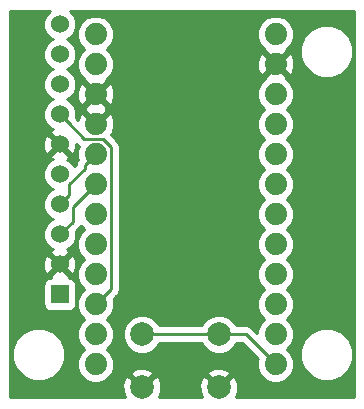
<source format=gbr>
G04 #@! TF.GenerationSoftware,KiCad,Pcbnew,(5.0.1)-4*
G04 #@! TF.CreationDate,2018-12-26T16:50:05+01:00*
G04 #@! TF.ProjectId,EdtrackerDiy,4564747261636B65724469792E6B6963,rev?*
G04 #@! TF.SameCoordinates,Original*
G04 #@! TF.FileFunction,Copper,L2,Bot,Signal*
G04 #@! TF.FilePolarity,Positive*
%FSLAX46Y46*%
G04 Gerber Fmt 4.6, Leading zero omitted, Abs format (unit mm)*
G04 Created by KiCad (PCBNEW (5.0.1)-4) date 26/12/2018 16:50:05*
%MOMM*%
%LPD*%
G01*
G04 APERTURE LIST*
G04 #@! TA.AperFunction,ComponentPad*
%ADD10C,1.879600*%
G04 #@! TD*
G04 #@! TA.AperFunction,ComponentPad*
%ADD11C,1.524000*%
G04 #@! TD*
G04 #@! TA.AperFunction,ComponentPad*
%ADD12R,1.524000X1.524000*%
G04 #@! TD*
G04 #@! TA.AperFunction,ComponentPad*
%ADD13C,2.000000*%
G04 #@! TD*
G04 #@! TA.AperFunction,Conductor*
%ADD14C,0.250000*%
G04 #@! TD*
G04 #@! TA.AperFunction,Conductor*
%ADD15C,0.254000*%
G04 #@! TD*
G04 APERTURE END LIST*
D10*
G04 #@! TO.P,B1,1*
G04 #@! TO.N,Net-(B1-Pad1)*
X68834000Y-88963501D03*
G04 #@! TO.P,B1,2*
G04 #@! TO.N,Net-(B1-Pad2)*
X68834000Y-91503501D03*
G04 #@! TO.P,B1,3*
G04 #@! TO.N,GND*
X68834000Y-94043501D03*
G04 #@! TO.P,B1,4*
X68834000Y-96583501D03*
G04 #@! TO.P,B1,5*
G04 #@! TO.N,Net-(B1-Pad5)*
X68834000Y-99123501D03*
G04 #@! TO.P,B1,6*
G04 #@! TO.N,Net-(B1-Pad6)*
X68834000Y-101663501D03*
G04 #@! TO.P,B1,7*
G04 #@! TO.N,Net-(B1-Pad7)*
X68834000Y-104203501D03*
G04 #@! TO.P,B1,8*
G04 #@! TO.N,Net-(B1-Pad8)*
X68834000Y-106743501D03*
G04 #@! TO.P,B1,9*
G04 #@! TO.N,Net-(B1-Pad9)*
X68834000Y-109283501D03*
G04 #@! TO.P,B1,10*
G04 #@! TO.N,Net-(B1-Pad10)*
X68834000Y-111823501D03*
G04 #@! TO.P,B1,11*
G04 #@! TO.N,Net-(B1-Pad11)*
X68834000Y-114363501D03*
G04 #@! TO.P,B1,12*
G04 #@! TO.N,Net-(B1-Pad12)*
X68834000Y-116903501D03*
G04 #@! TO.P,B1,13*
G04 #@! TO.N,Net-(B1-Pad13)*
X84074000Y-116903501D03*
G04 #@! TO.P,B1,14*
G04 #@! TO.N,Net-(B1-Pad14)*
X84074000Y-114363501D03*
G04 #@! TO.P,B1,15*
G04 #@! TO.N,Net-(B1-Pad15)*
X84074000Y-111823501D03*
G04 #@! TO.P,B1,16*
G04 #@! TO.N,Net-(B1-Pad16)*
X84074000Y-109283501D03*
G04 #@! TO.P,B1,17*
G04 #@! TO.N,Net-(B1-Pad17)*
X84074000Y-106743501D03*
G04 #@! TO.P,B1,18*
G04 #@! TO.N,Net-(B1-Pad18)*
X84074000Y-104203501D03*
G04 #@! TO.P,B1,19*
G04 #@! TO.N,Net-(B1-Pad19)*
X84074000Y-101663501D03*
G04 #@! TO.P,B1,20*
G04 #@! TO.N,Net-(B1-Pad20)*
X84074000Y-99123501D03*
G04 #@! TO.P,B1,21*
G04 #@! TO.N,VCC*
X84074000Y-96583501D03*
G04 #@! TO.P,B1,22*
G04 #@! TO.N,Net-(B1-Pad22)*
X84074000Y-94043501D03*
G04 #@! TO.P,B1,23*
G04 #@! TO.N,GND*
X84074000Y-91503501D03*
G04 #@! TO.P,B1,24*
G04 #@! TO.N,Net-(B1-Pad24)*
X84074000Y-88963501D03*
G04 #@! TD*
D11*
G04 #@! TO.P,M1,10*
G04 #@! TO.N,Net-(M1-Pad10)*
X65786000Y-88138000D03*
G04 #@! TO.P,M1,9*
G04 #@! TO.N,Net-(M1-Pad9)*
X65786000Y-90678000D03*
G04 #@! TO.P,M1,8*
G04 #@! TO.N,Net-(M1-Pad8)*
X65786000Y-93218000D03*
G04 #@! TO.P,M1,7*
G04 #@! TO.N,Net-(B1-Pad10)*
X65786000Y-95758000D03*
G04 #@! TO.P,M1,6*
G04 #@! TO.N,GND*
X65786000Y-98298000D03*
G04 #@! TO.P,M1,5*
G04 #@! TO.N,Net-(M1-Pad5)*
X65786000Y-100838000D03*
G04 #@! TO.P,M1,4*
G04 #@! TO.N,Net-(B1-Pad5)*
X65786000Y-103378000D03*
G04 #@! TO.P,M1,3*
G04 #@! TO.N,Net-(B1-Pad6)*
X65786000Y-105918000D03*
G04 #@! TO.P,M1,2*
G04 #@! TO.N,GND*
X65786000Y-108458000D03*
D12*
G04 #@! TO.P,M1,1*
G04 #@! TO.N,VCC*
X65786000Y-110998000D03*
G04 #@! TD*
D13*
G04 #@! TO.P,SW1,2*
G04 #@! TO.N,GND*
X79248000Y-118872000D03*
G04 #@! TO.P,SW1,1*
G04 #@! TO.N,Net-(B1-Pad13)*
X79248000Y-114372000D03*
G04 #@! TO.P,SW1,2*
G04 #@! TO.N,GND*
X72748000Y-118872000D03*
G04 #@! TO.P,SW1,1*
G04 #@! TO.N,Net-(B1-Pad13)*
X72748000Y-114372000D03*
G04 #@! TD*
D14*
G04 #@! TO.N,Net-(B1-Pad5)*
X67894201Y-100063300D02*
X68834000Y-99123501D01*
X67894201Y-100338561D02*
X67894201Y-100063300D01*
X66547999Y-101684763D02*
X67894201Y-100338561D01*
X66547999Y-102616001D02*
X66547999Y-101684763D01*
X65786000Y-103378000D02*
X66547999Y-102616001D01*
G04 #@! TO.N,Net-(B1-Pad6)*
X67894201Y-102603300D02*
X68834000Y-101663501D01*
X66873001Y-103624500D02*
X67894201Y-102603300D01*
X66873001Y-104830999D02*
X66873001Y-103624500D01*
X65786000Y-105918000D02*
X66873001Y-104830999D01*
G04 #@! TO.N,Net-(B1-Pad10)*
X66547999Y-96519999D02*
X65786000Y-95758000D01*
X67876302Y-97848302D02*
X66547999Y-96519999D01*
X69430707Y-97848302D02*
X67876302Y-97848302D01*
X70098801Y-98516396D02*
X69430707Y-97848302D01*
X70098801Y-110558700D02*
X70098801Y-98516396D01*
X68834000Y-111823501D02*
X70098801Y-110558700D01*
G04 #@! TO.N,Net-(B1-Pad13)*
X81542499Y-114372000D02*
X79248000Y-114372000D01*
X84074000Y-116903501D02*
X81542499Y-114372000D01*
X74162213Y-114372000D02*
X79248000Y-114372000D01*
X72748000Y-114372000D02*
X74162213Y-114372000D01*
G04 #@! TD*
D15*
G04 #@! TO.N,GND*
G36*
X64601680Y-87346663D02*
X64389000Y-87860119D01*
X64389000Y-88415881D01*
X64601680Y-88929337D01*
X64994663Y-89322320D01*
X65201513Y-89408000D01*
X64994663Y-89493680D01*
X64601680Y-89886663D01*
X64389000Y-90400119D01*
X64389000Y-90955881D01*
X64601680Y-91469337D01*
X64994663Y-91862320D01*
X65201513Y-91948000D01*
X64994663Y-92033680D01*
X64601680Y-92426663D01*
X64389000Y-92940119D01*
X64389000Y-93495881D01*
X64601680Y-94009337D01*
X64994663Y-94402320D01*
X65201513Y-94488000D01*
X64994663Y-94573680D01*
X64601680Y-94966663D01*
X64389000Y-95480119D01*
X64389000Y-96035881D01*
X64601680Y-96549337D01*
X64994663Y-96942320D01*
X65185647Y-97021428D01*
X65054857Y-97075603D01*
X64985392Y-97317787D01*
X65786000Y-98118395D01*
X65800143Y-98104253D01*
X65979748Y-98283858D01*
X65965605Y-98298000D01*
X66766213Y-99098608D01*
X67008397Y-99029143D01*
X67195144Y-98505698D01*
X67181247Y-98228049D01*
X67285972Y-98332774D01*
X67328373Y-98396231D01*
X67408514Y-98449779D01*
X67259200Y-98810254D01*
X67259200Y-99436748D01*
X67312625Y-99565727D01*
X67178297Y-99766763D01*
X67134201Y-99988448D01*
X67134201Y-99988453D01*
X67125434Y-100032526D01*
X67011611Y-100146349D01*
X66970320Y-100046663D01*
X66577337Y-99653680D01*
X66386353Y-99574572D01*
X66517143Y-99520397D01*
X66586608Y-99278213D01*
X65786000Y-98477605D01*
X64985392Y-99278213D01*
X65054857Y-99520397D01*
X65195393Y-99570535D01*
X64994663Y-99653680D01*
X64601680Y-100046663D01*
X64389000Y-100560119D01*
X64389000Y-101115881D01*
X64601680Y-101629337D01*
X64994663Y-102022320D01*
X65201513Y-102108000D01*
X64994663Y-102193680D01*
X64601680Y-102586663D01*
X64389000Y-103100119D01*
X64389000Y-103655881D01*
X64601680Y-104169337D01*
X64994663Y-104562320D01*
X65201513Y-104648000D01*
X64994663Y-104733680D01*
X64601680Y-105126663D01*
X64389000Y-105640119D01*
X64389000Y-106195881D01*
X64601680Y-106709337D01*
X64994663Y-107102320D01*
X65185647Y-107181428D01*
X65054857Y-107235603D01*
X64985392Y-107477787D01*
X65786000Y-108278395D01*
X66586608Y-107477787D01*
X66517143Y-107235603D01*
X66376607Y-107185465D01*
X66577337Y-107102320D01*
X66970320Y-106709337D01*
X67183000Y-106195881D01*
X67183000Y-105640119D01*
X67170020Y-105608782D01*
X67357474Y-105421328D01*
X67420930Y-105378928D01*
X67565684Y-105162288D01*
X67876897Y-105473501D01*
X67498949Y-105851449D01*
X67259200Y-106430254D01*
X67259200Y-107056748D01*
X67498949Y-107635553D01*
X67876897Y-108013501D01*
X67498949Y-108391449D01*
X67259200Y-108970254D01*
X67259200Y-109596748D01*
X67498949Y-110175553D01*
X67876897Y-110553501D01*
X67498949Y-110931449D01*
X67259200Y-111510254D01*
X67259200Y-112136748D01*
X67498949Y-112715553D01*
X67876897Y-113093501D01*
X67498949Y-113471449D01*
X67259200Y-114050254D01*
X67259200Y-114676748D01*
X67498949Y-115255553D01*
X67876897Y-115633501D01*
X67498949Y-116011449D01*
X67259200Y-116590254D01*
X67259200Y-117216748D01*
X67498949Y-117795553D01*
X67941948Y-118238552D01*
X68520753Y-118478301D01*
X69147247Y-118478301D01*
X69726052Y-118238552D01*
X70169051Y-117795553D01*
X70200566Y-117719468D01*
X71775073Y-117719468D01*
X72748000Y-118692395D01*
X73720927Y-117719468D01*
X78275073Y-117719468D01*
X79248000Y-118692395D01*
X80220927Y-117719468D01*
X80122264Y-117452613D01*
X79512539Y-117226092D01*
X78862540Y-117250144D01*
X78373736Y-117452613D01*
X78275073Y-117719468D01*
X73720927Y-117719468D01*
X73622264Y-117452613D01*
X73012539Y-117226092D01*
X72362540Y-117250144D01*
X71873736Y-117452613D01*
X71775073Y-117719468D01*
X70200566Y-117719468D01*
X70408800Y-117216748D01*
X70408800Y-116590254D01*
X70169051Y-116011449D01*
X69791103Y-115633501D01*
X70169051Y-115255553D01*
X70408800Y-114676748D01*
X70408800Y-114050254D01*
X70407361Y-114046778D01*
X71113000Y-114046778D01*
X71113000Y-114697222D01*
X71361914Y-115298153D01*
X71821847Y-115758086D01*
X72422778Y-116007000D01*
X73073222Y-116007000D01*
X73674153Y-115758086D01*
X74134086Y-115298153D01*
X74202909Y-115132000D01*
X77793091Y-115132000D01*
X77861914Y-115298153D01*
X78321847Y-115758086D01*
X78922778Y-116007000D01*
X79573222Y-116007000D01*
X80174153Y-115758086D01*
X80634086Y-115298153D01*
X80702909Y-115132000D01*
X81227698Y-115132000D01*
X82553898Y-116458201D01*
X82499200Y-116590254D01*
X82499200Y-117216748D01*
X82738949Y-117795553D01*
X83181948Y-118238552D01*
X83760753Y-118478301D01*
X84387247Y-118478301D01*
X84966052Y-118238552D01*
X85409051Y-117795553D01*
X85648800Y-117216748D01*
X85648800Y-116590254D01*
X85409051Y-116011449D01*
X85031103Y-115633501D01*
X85031173Y-115633431D01*
X86157000Y-115633431D01*
X86157000Y-116522569D01*
X86497259Y-117344026D01*
X87125974Y-117972741D01*
X87947431Y-118313000D01*
X88836569Y-118313000D01*
X89658026Y-117972741D01*
X90286741Y-117344026D01*
X90627000Y-116522569D01*
X90627000Y-115633431D01*
X90286741Y-114811974D01*
X89658026Y-114183259D01*
X88836569Y-113843000D01*
X87947431Y-113843000D01*
X87125974Y-114183259D01*
X86497259Y-114811974D01*
X86157000Y-115633431D01*
X85031173Y-115633431D01*
X85409051Y-115255553D01*
X85648800Y-114676748D01*
X85648800Y-114050254D01*
X85409051Y-113471449D01*
X85031103Y-113093501D01*
X85409051Y-112715553D01*
X85648800Y-112136748D01*
X85648800Y-111510254D01*
X85409051Y-110931449D01*
X85031103Y-110553501D01*
X85409051Y-110175553D01*
X85648800Y-109596748D01*
X85648800Y-108970254D01*
X85409051Y-108391449D01*
X85031103Y-108013501D01*
X85409051Y-107635553D01*
X85648800Y-107056748D01*
X85648800Y-106430254D01*
X85409051Y-105851449D01*
X85031103Y-105473501D01*
X85409051Y-105095553D01*
X85648800Y-104516748D01*
X85648800Y-103890254D01*
X85409051Y-103311449D01*
X85031103Y-102933501D01*
X85409051Y-102555553D01*
X85648800Y-101976748D01*
X85648800Y-101350254D01*
X85409051Y-100771449D01*
X85031103Y-100393501D01*
X85409051Y-100015553D01*
X85648800Y-99436748D01*
X85648800Y-98810254D01*
X85409051Y-98231449D01*
X85031103Y-97853501D01*
X85409051Y-97475553D01*
X85648800Y-96896748D01*
X85648800Y-96270254D01*
X85409051Y-95691449D01*
X85031103Y-95313501D01*
X85409051Y-94935553D01*
X85648800Y-94356748D01*
X85648800Y-93730254D01*
X85409051Y-93151449D01*
X84968786Y-92711184D01*
X85003363Y-92612469D01*
X84074000Y-91683106D01*
X83144637Y-92612469D01*
X83179214Y-92711184D01*
X82738949Y-93151449D01*
X82499200Y-93730254D01*
X82499200Y-94356748D01*
X82738949Y-94935553D01*
X83116897Y-95313501D01*
X82738949Y-95691449D01*
X82499200Y-96270254D01*
X82499200Y-96896748D01*
X82738949Y-97475553D01*
X83116897Y-97853501D01*
X82738949Y-98231449D01*
X82499200Y-98810254D01*
X82499200Y-99436748D01*
X82738949Y-100015553D01*
X83116897Y-100393501D01*
X82738949Y-100771449D01*
X82499200Y-101350254D01*
X82499200Y-101976748D01*
X82738949Y-102555553D01*
X83116897Y-102933501D01*
X82738949Y-103311449D01*
X82499200Y-103890254D01*
X82499200Y-104516748D01*
X82738949Y-105095553D01*
X83116897Y-105473501D01*
X82738949Y-105851449D01*
X82499200Y-106430254D01*
X82499200Y-107056748D01*
X82738949Y-107635553D01*
X83116897Y-108013501D01*
X82738949Y-108391449D01*
X82499200Y-108970254D01*
X82499200Y-109596748D01*
X82738949Y-110175553D01*
X83116897Y-110553501D01*
X82738949Y-110931449D01*
X82499200Y-111510254D01*
X82499200Y-112136748D01*
X82738949Y-112715553D01*
X83116897Y-113093501D01*
X82738949Y-113471449D01*
X82499200Y-114050254D01*
X82499200Y-114253900D01*
X82132830Y-113887530D01*
X82090428Y-113824071D01*
X81839036Y-113656096D01*
X81617351Y-113612000D01*
X81617346Y-113612000D01*
X81542499Y-113597112D01*
X81467652Y-113612000D01*
X80702909Y-113612000D01*
X80634086Y-113445847D01*
X80174153Y-112985914D01*
X79573222Y-112737000D01*
X78922778Y-112737000D01*
X78321847Y-112985914D01*
X77861914Y-113445847D01*
X77793091Y-113612000D01*
X74202909Y-113612000D01*
X74134086Y-113445847D01*
X73674153Y-112985914D01*
X73073222Y-112737000D01*
X72422778Y-112737000D01*
X71821847Y-112985914D01*
X71361914Y-113445847D01*
X71113000Y-114046778D01*
X70407361Y-114046778D01*
X70169051Y-113471449D01*
X69791103Y-113093501D01*
X70169051Y-112715553D01*
X70408800Y-112136748D01*
X70408800Y-111510254D01*
X70354102Y-111378201D01*
X70583274Y-111149029D01*
X70646730Y-111106629D01*
X70812658Y-110858301D01*
X70814705Y-110855238D01*
X70824281Y-110807095D01*
X70858801Y-110633552D01*
X70858801Y-110633548D01*
X70873689Y-110558700D01*
X70858801Y-110483852D01*
X70858801Y-98591244D01*
X70873689Y-98516396D01*
X70858801Y-98441548D01*
X70858801Y-98441544D01*
X70814705Y-98219859D01*
X70646730Y-97968467D01*
X70583274Y-97926067D01*
X70111158Y-97453951D01*
X70203580Y-97421578D01*
X70420045Y-96833668D01*
X70395049Y-96207673D01*
X70203580Y-95745424D01*
X69942968Y-95654138D01*
X69013605Y-96583501D01*
X69027748Y-96597644D01*
X68848143Y-96777249D01*
X68834000Y-96763106D01*
X68819858Y-96777249D01*
X68640253Y-96597644D01*
X68654395Y-96583501D01*
X67725032Y-95654138D01*
X67464420Y-95745424D01*
X67298596Y-96195795D01*
X67170020Y-96067219D01*
X67183000Y-96035881D01*
X67183000Y-95480119D01*
X67047284Y-95152469D01*
X67904637Y-95152469D01*
X67961043Y-95313501D01*
X67904637Y-95474533D01*
X68834000Y-96403896D01*
X69763363Y-95474533D01*
X69706957Y-95313501D01*
X69763363Y-95152469D01*
X68834000Y-94223106D01*
X67904637Y-95152469D01*
X67047284Y-95152469D01*
X66970320Y-94966663D01*
X66577337Y-94573680D01*
X66370487Y-94488000D01*
X66577337Y-94402320D01*
X66970320Y-94009337D01*
X67059791Y-93793334D01*
X67247955Y-93793334D01*
X67272951Y-94419329D01*
X67464420Y-94881578D01*
X67725032Y-94972864D01*
X68654395Y-94043501D01*
X69013605Y-94043501D01*
X69942968Y-94972864D01*
X70203580Y-94881578D01*
X70420045Y-94293668D01*
X70395049Y-93667673D01*
X70203580Y-93205424D01*
X69942968Y-93114138D01*
X69013605Y-94043501D01*
X68654395Y-94043501D01*
X67725032Y-93114138D01*
X67464420Y-93205424D01*
X67247955Y-93793334D01*
X67059791Y-93793334D01*
X67183000Y-93495881D01*
X67183000Y-92940119D01*
X66970320Y-92426663D01*
X66577337Y-92033680D01*
X66370487Y-91948000D01*
X66577337Y-91862320D01*
X66970320Y-91469337D01*
X67183000Y-90955881D01*
X67183000Y-90400119D01*
X66970320Y-89886663D01*
X66577337Y-89493680D01*
X66370487Y-89408000D01*
X66577337Y-89322320D01*
X66970320Y-88929337D01*
X67085919Y-88650254D01*
X67259200Y-88650254D01*
X67259200Y-89276748D01*
X67498949Y-89855553D01*
X67876897Y-90233501D01*
X67498949Y-90611449D01*
X67259200Y-91190254D01*
X67259200Y-91816748D01*
X67498949Y-92395553D01*
X67939214Y-92835818D01*
X67904637Y-92934533D01*
X68834000Y-93863896D01*
X69763363Y-92934533D01*
X69728786Y-92835818D01*
X70169051Y-92395553D01*
X70408800Y-91816748D01*
X70408800Y-91253334D01*
X82487955Y-91253334D01*
X82512951Y-91879329D01*
X82704420Y-92341578D01*
X82965032Y-92432864D01*
X83894395Y-91503501D01*
X84253605Y-91503501D01*
X85182968Y-92432864D01*
X85443580Y-92341578D01*
X85660045Y-91753668D01*
X85635049Y-91127673D01*
X85443580Y-90665424D01*
X85182968Y-90574138D01*
X84253605Y-91503501D01*
X83894395Y-91503501D01*
X82965032Y-90574138D01*
X82704420Y-90665424D01*
X82487955Y-91253334D01*
X70408800Y-91253334D01*
X70408800Y-91190254D01*
X70169051Y-90611449D01*
X69791103Y-90233501D01*
X70169051Y-89855553D01*
X70408800Y-89276748D01*
X70408800Y-88650254D01*
X82499200Y-88650254D01*
X82499200Y-89276748D01*
X82738949Y-89855553D01*
X83179214Y-90295818D01*
X83144637Y-90394533D01*
X84074000Y-91323896D01*
X85003363Y-90394533D01*
X84968786Y-90295818D01*
X85285173Y-89979431D01*
X86157000Y-89979431D01*
X86157000Y-90868569D01*
X86497259Y-91690026D01*
X87125974Y-92318741D01*
X87947431Y-92659000D01*
X88836569Y-92659000D01*
X89658026Y-92318741D01*
X90286741Y-91690026D01*
X90627000Y-90868569D01*
X90627000Y-89979431D01*
X90286741Y-89157974D01*
X89658026Y-88529259D01*
X88836569Y-88189000D01*
X87947431Y-88189000D01*
X87125974Y-88529259D01*
X86497259Y-89157974D01*
X86157000Y-89979431D01*
X85285173Y-89979431D01*
X85409051Y-89855553D01*
X85648800Y-89276748D01*
X85648800Y-88650254D01*
X85409051Y-88071449D01*
X84966052Y-87628450D01*
X84387247Y-87388701D01*
X83760753Y-87388701D01*
X83181948Y-87628450D01*
X82738949Y-88071449D01*
X82499200Y-88650254D01*
X70408800Y-88650254D01*
X70169051Y-88071449D01*
X69726052Y-87628450D01*
X69147247Y-87388701D01*
X68520753Y-87388701D01*
X67941948Y-87628450D01*
X67498949Y-88071449D01*
X67259200Y-88650254D01*
X67085919Y-88650254D01*
X67183000Y-88415881D01*
X67183000Y-87860119D01*
X66970320Y-87346663D01*
X66618657Y-86995000D01*
X90730000Y-86995000D01*
X90730001Y-119686000D01*
X80689776Y-119686000D01*
X80893908Y-119136539D01*
X80869856Y-118486540D01*
X80667387Y-117997736D01*
X80400532Y-117899073D01*
X79427605Y-118872000D01*
X79441748Y-118886143D01*
X79262143Y-119065748D01*
X79248000Y-119051605D01*
X79233858Y-119065748D01*
X79054253Y-118886143D01*
X79068395Y-118872000D01*
X78095468Y-117899073D01*
X77828613Y-117997736D01*
X77602092Y-118607461D01*
X77626144Y-119257460D01*
X77803651Y-119686000D01*
X74189776Y-119686000D01*
X74393908Y-119136539D01*
X74369856Y-118486540D01*
X74167387Y-117997736D01*
X73900532Y-117899073D01*
X72927605Y-118872000D01*
X72941748Y-118886143D01*
X72762143Y-119065748D01*
X72748000Y-119051605D01*
X72733858Y-119065748D01*
X72554253Y-118886143D01*
X72568395Y-118872000D01*
X71595468Y-117899073D01*
X71328613Y-117997736D01*
X71102092Y-118607461D01*
X71126144Y-119257460D01*
X71303651Y-119686000D01*
X61595000Y-119686000D01*
X61595000Y-115633431D01*
X61773000Y-115633431D01*
X61773000Y-116522569D01*
X62113259Y-117344026D01*
X62741974Y-117972741D01*
X63563431Y-118313000D01*
X64452569Y-118313000D01*
X65274026Y-117972741D01*
X65902741Y-117344026D01*
X66243000Y-116522569D01*
X66243000Y-115633431D01*
X65902741Y-114811974D01*
X65274026Y-114183259D01*
X64452569Y-113843000D01*
X63563431Y-113843000D01*
X62741974Y-114183259D01*
X62113259Y-114811974D01*
X61773000Y-115633431D01*
X61595000Y-115633431D01*
X61595000Y-110236000D01*
X64376560Y-110236000D01*
X64376560Y-111760000D01*
X64425843Y-112007765D01*
X64566191Y-112217809D01*
X64776235Y-112358157D01*
X65024000Y-112407440D01*
X66548000Y-112407440D01*
X66795765Y-112358157D01*
X67005809Y-112217809D01*
X67146157Y-112007765D01*
X67195440Y-111760000D01*
X67195440Y-110236000D01*
X67146157Y-109988235D01*
X67005809Y-109778191D01*
X66795765Y-109637843D01*
X66548000Y-109588560D01*
X66543484Y-109588560D01*
X66586608Y-109438213D01*
X65786000Y-108637605D01*
X64985392Y-109438213D01*
X65028516Y-109588560D01*
X65024000Y-109588560D01*
X64776235Y-109637843D01*
X64566191Y-109778191D01*
X64425843Y-109988235D01*
X64376560Y-110236000D01*
X61595000Y-110236000D01*
X61595000Y-108250302D01*
X64376856Y-108250302D01*
X64404638Y-108805368D01*
X64563603Y-109189143D01*
X64805787Y-109258608D01*
X65606395Y-108458000D01*
X65965605Y-108458000D01*
X66766213Y-109258608D01*
X67008397Y-109189143D01*
X67195144Y-108665698D01*
X67167362Y-108110632D01*
X67008397Y-107726857D01*
X66766213Y-107657392D01*
X65965605Y-108458000D01*
X65606395Y-108458000D01*
X64805787Y-107657392D01*
X64563603Y-107726857D01*
X64376856Y-108250302D01*
X61595000Y-108250302D01*
X61595000Y-98090302D01*
X64376856Y-98090302D01*
X64404638Y-98645368D01*
X64563603Y-99029143D01*
X64805787Y-99098608D01*
X65606395Y-98298000D01*
X64805787Y-97497392D01*
X64563603Y-97566857D01*
X64376856Y-98090302D01*
X61595000Y-98090302D01*
X61595000Y-86995000D01*
X64953343Y-86995000D01*
X64601680Y-87346663D01*
X64601680Y-87346663D01*
G37*
X64601680Y-87346663D02*
X64389000Y-87860119D01*
X64389000Y-88415881D01*
X64601680Y-88929337D01*
X64994663Y-89322320D01*
X65201513Y-89408000D01*
X64994663Y-89493680D01*
X64601680Y-89886663D01*
X64389000Y-90400119D01*
X64389000Y-90955881D01*
X64601680Y-91469337D01*
X64994663Y-91862320D01*
X65201513Y-91948000D01*
X64994663Y-92033680D01*
X64601680Y-92426663D01*
X64389000Y-92940119D01*
X64389000Y-93495881D01*
X64601680Y-94009337D01*
X64994663Y-94402320D01*
X65201513Y-94488000D01*
X64994663Y-94573680D01*
X64601680Y-94966663D01*
X64389000Y-95480119D01*
X64389000Y-96035881D01*
X64601680Y-96549337D01*
X64994663Y-96942320D01*
X65185647Y-97021428D01*
X65054857Y-97075603D01*
X64985392Y-97317787D01*
X65786000Y-98118395D01*
X65800143Y-98104253D01*
X65979748Y-98283858D01*
X65965605Y-98298000D01*
X66766213Y-99098608D01*
X67008397Y-99029143D01*
X67195144Y-98505698D01*
X67181247Y-98228049D01*
X67285972Y-98332774D01*
X67328373Y-98396231D01*
X67408514Y-98449779D01*
X67259200Y-98810254D01*
X67259200Y-99436748D01*
X67312625Y-99565727D01*
X67178297Y-99766763D01*
X67134201Y-99988448D01*
X67134201Y-99988453D01*
X67125434Y-100032526D01*
X67011611Y-100146349D01*
X66970320Y-100046663D01*
X66577337Y-99653680D01*
X66386353Y-99574572D01*
X66517143Y-99520397D01*
X66586608Y-99278213D01*
X65786000Y-98477605D01*
X64985392Y-99278213D01*
X65054857Y-99520397D01*
X65195393Y-99570535D01*
X64994663Y-99653680D01*
X64601680Y-100046663D01*
X64389000Y-100560119D01*
X64389000Y-101115881D01*
X64601680Y-101629337D01*
X64994663Y-102022320D01*
X65201513Y-102108000D01*
X64994663Y-102193680D01*
X64601680Y-102586663D01*
X64389000Y-103100119D01*
X64389000Y-103655881D01*
X64601680Y-104169337D01*
X64994663Y-104562320D01*
X65201513Y-104648000D01*
X64994663Y-104733680D01*
X64601680Y-105126663D01*
X64389000Y-105640119D01*
X64389000Y-106195881D01*
X64601680Y-106709337D01*
X64994663Y-107102320D01*
X65185647Y-107181428D01*
X65054857Y-107235603D01*
X64985392Y-107477787D01*
X65786000Y-108278395D01*
X66586608Y-107477787D01*
X66517143Y-107235603D01*
X66376607Y-107185465D01*
X66577337Y-107102320D01*
X66970320Y-106709337D01*
X67183000Y-106195881D01*
X67183000Y-105640119D01*
X67170020Y-105608782D01*
X67357474Y-105421328D01*
X67420930Y-105378928D01*
X67565684Y-105162288D01*
X67876897Y-105473501D01*
X67498949Y-105851449D01*
X67259200Y-106430254D01*
X67259200Y-107056748D01*
X67498949Y-107635553D01*
X67876897Y-108013501D01*
X67498949Y-108391449D01*
X67259200Y-108970254D01*
X67259200Y-109596748D01*
X67498949Y-110175553D01*
X67876897Y-110553501D01*
X67498949Y-110931449D01*
X67259200Y-111510254D01*
X67259200Y-112136748D01*
X67498949Y-112715553D01*
X67876897Y-113093501D01*
X67498949Y-113471449D01*
X67259200Y-114050254D01*
X67259200Y-114676748D01*
X67498949Y-115255553D01*
X67876897Y-115633501D01*
X67498949Y-116011449D01*
X67259200Y-116590254D01*
X67259200Y-117216748D01*
X67498949Y-117795553D01*
X67941948Y-118238552D01*
X68520753Y-118478301D01*
X69147247Y-118478301D01*
X69726052Y-118238552D01*
X70169051Y-117795553D01*
X70200566Y-117719468D01*
X71775073Y-117719468D01*
X72748000Y-118692395D01*
X73720927Y-117719468D01*
X78275073Y-117719468D01*
X79248000Y-118692395D01*
X80220927Y-117719468D01*
X80122264Y-117452613D01*
X79512539Y-117226092D01*
X78862540Y-117250144D01*
X78373736Y-117452613D01*
X78275073Y-117719468D01*
X73720927Y-117719468D01*
X73622264Y-117452613D01*
X73012539Y-117226092D01*
X72362540Y-117250144D01*
X71873736Y-117452613D01*
X71775073Y-117719468D01*
X70200566Y-117719468D01*
X70408800Y-117216748D01*
X70408800Y-116590254D01*
X70169051Y-116011449D01*
X69791103Y-115633501D01*
X70169051Y-115255553D01*
X70408800Y-114676748D01*
X70408800Y-114050254D01*
X70407361Y-114046778D01*
X71113000Y-114046778D01*
X71113000Y-114697222D01*
X71361914Y-115298153D01*
X71821847Y-115758086D01*
X72422778Y-116007000D01*
X73073222Y-116007000D01*
X73674153Y-115758086D01*
X74134086Y-115298153D01*
X74202909Y-115132000D01*
X77793091Y-115132000D01*
X77861914Y-115298153D01*
X78321847Y-115758086D01*
X78922778Y-116007000D01*
X79573222Y-116007000D01*
X80174153Y-115758086D01*
X80634086Y-115298153D01*
X80702909Y-115132000D01*
X81227698Y-115132000D01*
X82553898Y-116458201D01*
X82499200Y-116590254D01*
X82499200Y-117216748D01*
X82738949Y-117795553D01*
X83181948Y-118238552D01*
X83760753Y-118478301D01*
X84387247Y-118478301D01*
X84966052Y-118238552D01*
X85409051Y-117795553D01*
X85648800Y-117216748D01*
X85648800Y-116590254D01*
X85409051Y-116011449D01*
X85031103Y-115633501D01*
X85031173Y-115633431D01*
X86157000Y-115633431D01*
X86157000Y-116522569D01*
X86497259Y-117344026D01*
X87125974Y-117972741D01*
X87947431Y-118313000D01*
X88836569Y-118313000D01*
X89658026Y-117972741D01*
X90286741Y-117344026D01*
X90627000Y-116522569D01*
X90627000Y-115633431D01*
X90286741Y-114811974D01*
X89658026Y-114183259D01*
X88836569Y-113843000D01*
X87947431Y-113843000D01*
X87125974Y-114183259D01*
X86497259Y-114811974D01*
X86157000Y-115633431D01*
X85031173Y-115633431D01*
X85409051Y-115255553D01*
X85648800Y-114676748D01*
X85648800Y-114050254D01*
X85409051Y-113471449D01*
X85031103Y-113093501D01*
X85409051Y-112715553D01*
X85648800Y-112136748D01*
X85648800Y-111510254D01*
X85409051Y-110931449D01*
X85031103Y-110553501D01*
X85409051Y-110175553D01*
X85648800Y-109596748D01*
X85648800Y-108970254D01*
X85409051Y-108391449D01*
X85031103Y-108013501D01*
X85409051Y-107635553D01*
X85648800Y-107056748D01*
X85648800Y-106430254D01*
X85409051Y-105851449D01*
X85031103Y-105473501D01*
X85409051Y-105095553D01*
X85648800Y-104516748D01*
X85648800Y-103890254D01*
X85409051Y-103311449D01*
X85031103Y-102933501D01*
X85409051Y-102555553D01*
X85648800Y-101976748D01*
X85648800Y-101350254D01*
X85409051Y-100771449D01*
X85031103Y-100393501D01*
X85409051Y-100015553D01*
X85648800Y-99436748D01*
X85648800Y-98810254D01*
X85409051Y-98231449D01*
X85031103Y-97853501D01*
X85409051Y-97475553D01*
X85648800Y-96896748D01*
X85648800Y-96270254D01*
X85409051Y-95691449D01*
X85031103Y-95313501D01*
X85409051Y-94935553D01*
X85648800Y-94356748D01*
X85648800Y-93730254D01*
X85409051Y-93151449D01*
X84968786Y-92711184D01*
X85003363Y-92612469D01*
X84074000Y-91683106D01*
X83144637Y-92612469D01*
X83179214Y-92711184D01*
X82738949Y-93151449D01*
X82499200Y-93730254D01*
X82499200Y-94356748D01*
X82738949Y-94935553D01*
X83116897Y-95313501D01*
X82738949Y-95691449D01*
X82499200Y-96270254D01*
X82499200Y-96896748D01*
X82738949Y-97475553D01*
X83116897Y-97853501D01*
X82738949Y-98231449D01*
X82499200Y-98810254D01*
X82499200Y-99436748D01*
X82738949Y-100015553D01*
X83116897Y-100393501D01*
X82738949Y-100771449D01*
X82499200Y-101350254D01*
X82499200Y-101976748D01*
X82738949Y-102555553D01*
X83116897Y-102933501D01*
X82738949Y-103311449D01*
X82499200Y-103890254D01*
X82499200Y-104516748D01*
X82738949Y-105095553D01*
X83116897Y-105473501D01*
X82738949Y-105851449D01*
X82499200Y-106430254D01*
X82499200Y-107056748D01*
X82738949Y-107635553D01*
X83116897Y-108013501D01*
X82738949Y-108391449D01*
X82499200Y-108970254D01*
X82499200Y-109596748D01*
X82738949Y-110175553D01*
X83116897Y-110553501D01*
X82738949Y-110931449D01*
X82499200Y-111510254D01*
X82499200Y-112136748D01*
X82738949Y-112715553D01*
X83116897Y-113093501D01*
X82738949Y-113471449D01*
X82499200Y-114050254D01*
X82499200Y-114253900D01*
X82132830Y-113887530D01*
X82090428Y-113824071D01*
X81839036Y-113656096D01*
X81617351Y-113612000D01*
X81617346Y-113612000D01*
X81542499Y-113597112D01*
X81467652Y-113612000D01*
X80702909Y-113612000D01*
X80634086Y-113445847D01*
X80174153Y-112985914D01*
X79573222Y-112737000D01*
X78922778Y-112737000D01*
X78321847Y-112985914D01*
X77861914Y-113445847D01*
X77793091Y-113612000D01*
X74202909Y-113612000D01*
X74134086Y-113445847D01*
X73674153Y-112985914D01*
X73073222Y-112737000D01*
X72422778Y-112737000D01*
X71821847Y-112985914D01*
X71361914Y-113445847D01*
X71113000Y-114046778D01*
X70407361Y-114046778D01*
X70169051Y-113471449D01*
X69791103Y-113093501D01*
X70169051Y-112715553D01*
X70408800Y-112136748D01*
X70408800Y-111510254D01*
X70354102Y-111378201D01*
X70583274Y-111149029D01*
X70646730Y-111106629D01*
X70812658Y-110858301D01*
X70814705Y-110855238D01*
X70824281Y-110807095D01*
X70858801Y-110633552D01*
X70858801Y-110633548D01*
X70873689Y-110558700D01*
X70858801Y-110483852D01*
X70858801Y-98591244D01*
X70873689Y-98516396D01*
X70858801Y-98441548D01*
X70858801Y-98441544D01*
X70814705Y-98219859D01*
X70646730Y-97968467D01*
X70583274Y-97926067D01*
X70111158Y-97453951D01*
X70203580Y-97421578D01*
X70420045Y-96833668D01*
X70395049Y-96207673D01*
X70203580Y-95745424D01*
X69942968Y-95654138D01*
X69013605Y-96583501D01*
X69027748Y-96597644D01*
X68848143Y-96777249D01*
X68834000Y-96763106D01*
X68819858Y-96777249D01*
X68640253Y-96597644D01*
X68654395Y-96583501D01*
X67725032Y-95654138D01*
X67464420Y-95745424D01*
X67298596Y-96195795D01*
X67170020Y-96067219D01*
X67183000Y-96035881D01*
X67183000Y-95480119D01*
X67047284Y-95152469D01*
X67904637Y-95152469D01*
X67961043Y-95313501D01*
X67904637Y-95474533D01*
X68834000Y-96403896D01*
X69763363Y-95474533D01*
X69706957Y-95313501D01*
X69763363Y-95152469D01*
X68834000Y-94223106D01*
X67904637Y-95152469D01*
X67047284Y-95152469D01*
X66970320Y-94966663D01*
X66577337Y-94573680D01*
X66370487Y-94488000D01*
X66577337Y-94402320D01*
X66970320Y-94009337D01*
X67059791Y-93793334D01*
X67247955Y-93793334D01*
X67272951Y-94419329D01*
X67464420Y-94881578D01*
X67725032Y-94972864D01*
X68654395Y-94043501D01*
X69013605Y-94043501D01*
X69942968Y-94972864D01*
X70203580Y-94881578D01*
X70420045Y-94293668D01*
X70395049Y-93667673D01*
X70203580Y-93205424D01*
X69942968Y-93114138D01*
X69013605Y-94043501D01*
X68654395Y-94043501D01*
X67725032Y-93114138D01*
X67464420Y-93205424D01*
X67247955Y-93793334D01*
X67059791Y-93793334D01*
X67183000Y-93495881D01*
X67183000Y-92940119D01*
X66970320Y-92426663D01*
X66577337Y-92033680D01*
X66370487Y-91948000D01*
X66577337Y-91862320D01*
X66970320Y-91469337D01*
X67183000Y-90955881D01*
X67183000Y-90400119D01*
X66970320Y-89886663D01*
X66577337Y-89493680D01*
X66370487Y-89408000D01*
X66577337Y-89322320D01*
X66970320Y-88929337D01*
X67085919Y-88650254D01*
X67259200Y-88650254D01*
X67259200Y-89276748D01*
X67498949Y-89855553D01*
X67876897Y-90233501D01*
X67498949Y-90611449D01*
X67259200Y-91190254D01*
X67259200Y-91816748D01*
X67498949Y-92395553D01*
X67939214Y-92835818D01*
X67904637Y-92934533D01*
X68834000Y-93863896D01*
X69763363Y-92934533D01*
X69728786Y-92835818D01*
X70169051Y-92395553D01*
X70408800Y-91816748D01*
X70408800Y-91253334D01*
X82487955Y-91253334D01*
X82512951Y-91879329D01*
X82704420Y-92341578D01*
X82965032Y-92432864D01*
X83894395Y-91503501D01*
X84253605Y-91503501D01*
X85182968Y-92432864D01*
X85443580Y-92341578D01*
X85660045Y-91753668D01*
X85635049Y-91127673D01*
X85443580Y-90665424D01*
X85182968Y-90574138D01*
X84253605Y-91503501D01*
X83894395Y-91503501D01*
X82965032Y-90574138D01*
X82704420Y-90665424D01*
X82487955Y-91253334D01*
X70408800Y-91253334D01*
X70408800Y-91190254D01*
X70169051Y-90611449D01*
X69791103Y-90233501D01*
X70169051Y-89855553D01*
X70408800Y-89276748D01*
X70408800Y-88650254D01*
X82499200Y-88650254D01*
X82499200Y-89276748D01*
X82738949Y-89855553D01*
X83179214Y-90295818D01*
X83144637Y-90394533D01*
X84074000Y-91323896D01*
X85003363Y-90394533D01*
X84968786Y-90295818D01*
X85285173Y-89979431D01*
X86157000Y-89979431D01*
X86157000Y-90868569D01*
X86497259Y-91690026D01*
X87125974Y-92318741D01*
X87947431Y-92659000D01*
X88836569Y-92659000D01*
X89658026Y-92318741D01*
X90286741Y-91690026D01*
X90627000Y-90868569D01*
X90627000Y-89979431D01*
X90286741Y-89157974D01*
X89658026Y-88529259D01*
X88836569Y-88189000D01*
X87947431Y-88189000D01*
X87125974Y-88529259D01*
X86497259Y-89157974D01*
X86157000Y-89979431D01*
X85285173Y-89979431D01*
X85409051Y-89855553D01*
X85648800Y-89276748D01*
X85648800Y-88650254D01*
X85409051Y-88071449D01*
X84966052Y-87628450D01*
X84387247Y-87388701D01*
X83760753Y-87388701D01*
X83181948Y-87628450D01*
X82738949Y-88071449D01*
X82499200Y-88650254D01*
X70408800Y-88650254D01*
X70169051Y-88071449D01*
X69726052Y-87628450D01*
X69147247Y-87388701D01*
X68520753Y-87388701D01*
X67941948Y-87628450D01*
X67498949Y-88071449D01*
X67259200Y-88650254D01*
X67085919Y-88650254D01*
X67183000Y-88415881D01*
X67183000Y-87860119D01*
X66970320Y-87346663D01*
X66618657Y-86995000D01*
X90730000Y-86995000D01*
X90730001Y-119686000D01*
X80689776Y-119686000D01*
X80893908Y-119136539D01*
X80869856Y-118486540D01*
X80667387Y-117997736D01*
X80400532Y-117899073D01*
X79427605Y-118872000D01*
X79441748Y-118886143D01*
X79262143Y-119065748D01*
X79248000Y-119051605D01*
X79233858Y-119065748D01*
X79054253Y-118886143D01*
X79068395Y-118872000D01*
X78095468Y-117899073D01*
X77828613Y-117997736D01*
X77602092Y-118607461D01*
X77626144Y-119257460D01*
X77803651Y-119686000D01*
X74189776Y-119686000D01*
X74393908Y-119136539D01*
X74369856Y-118486540D01*
X74167387Y-117997736D01*
X73900532Y-117899073D01*
X72927605Y-118872000D01*
X72941748Y-118886143D01*
X72762143Y-119065748D01*
X72748000Y-119051605D01*
X72733858Y-119065748D01*
X72554253Y-118886143D01*
X72568395Y-118872000D01*
X71595468Y-117899073D01*
X71328613Y-117997736D01*
X71102092Y-118607461D01*
X71126144Y-119257460D01*
X71303651Y-119686000D01*
X61595000Y-119686000D01*
X61595000Y-115633431D01*
X61773000Y-115633431D01*
X61773000Y-116522569D01*
X62113259Y-117344026D01*
X62741974Y-117972741D01*
X63563431Y-118313000D01*
X64452569Y-118313000D01*
X65274026Y-117972741D01*
X65902741Y-117344026D01*
X66243000Y-116522569D01*
X66243000Y-115633431D01*
X65902741Y-114811974D01*
X65274026Y-114183259D01*
X64452569Y-113843000D01*
X63563431Y-113843000D01*
X62741974Y-114183259D01*
X62113259Y-114811974D01*
X61773000Y-115633431D01*
X61595000Y-115633431D01*
X61595000Y-110236000D01*
X64376560Y-110236000D01*
X64376560Y-111760000D01*
X64425843Y-112007765D01*
X64566191Y-112217809D01*
X64776235Y-112358157D01*
X65024000Y-112407440D01*
X66548000Y-112407440D01*
X66795765Y-112358157D01*
X67005809Y-112217809D01*
X67146157Y-112007765D01*
X67195440Y-111760000D01*
X67195440Y-110236000D01*
X67146157Y-109988235D01*
X67005809Y-109778191D01*
X66795765Y-109637843D01*
X66548000Y-109588560D01*
X66543484Y-109588560D01*
X66586608Y-109438213D01*
X65786000Y-108637605D01*
X64985392Y-109438213D01*
X65028516Y-109588560D01*
X65024000Y-109588560D01*
X64776235Y-109637843D01*
X64566191Y-109778191D01*
X64425843Y-109988235D01*
X64376560Y-110236000D01*
X61595000Y-110236000D01*
X61595000Y-108250302D01*
X64376856Y-108250302D01*
X64404638Y-108805368D01*
X64563603Y-109189143D01*
X64805787Y-109258608D01*
X65606395Y-108458000D01*
X65965605Y-108458000D01*
X66766213Y-109258608D01*
X67008397Y-109189143D01*
X67195144Y-108665698D01*
X67167362Y-108110632D01*
X67008397Y-107726857D01*
X66766213Y-107657392D01*
X65965605Y-108458000D01*
X65606395Y-108458000D01*
X64805787Y-107657392D01*
X64563603Y-107726857D01*
X64376856Y-108250302D01*
X61595000Y-108250302D01*
X61595000Y-98090302D01*
X64376856Y-98090302D01*
X64404638Y-98645368D01*
X64563603Y-99029143D01*
X64805787Y-99098608D01*
X65606395Y-98298000D01*
X64805787Y-97497392D01*
X64563603Y-97566857D01*
X64376856Y-98090302D01*
X61595000Y-98090302D01*
X61595000Y-86995000D01*
X64953343Y-86995000D01*
X64601680Y-87346663D01*
G04 #@! TD*
M02*

</source>
